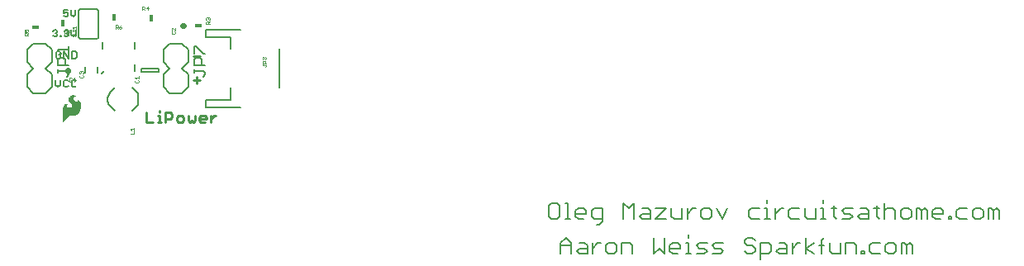
<source format=gbr>
G04 EAGLE Gerber RS-274X export*
G75*
%MOMM*%
%FSLAX34Y34*%
%LPD*%
%INSilkscreen Top*%
%IPPOS*%
%AMOC8*
5,1,8,0,0,1.08239X$1,22.5*%
G01*
%ADD10C,0.177800*%
%ADD11C,0.152400*%
%ADD12C,0.228600*%
%ADD13C,0.254000*%
%ADD14C,0.127000*%
%ADD15C,0.025400*%
%ADD16C,0.203200*%
%ADD17C,0.558800*%
%ADD18R,0.762000X0.457200*%
%ADD19R,0.457200X0.762000*%

G36*
X37094Y7775D02*
X37094Y7775D01*
X37098Y7773D01*
X37168Y7809D01*
X37178Y7814D01*
X37179Y7815D01*
X42051Y13297D01*
X42905Y14079D01*
X43895Y14668D01*
X44246Y14795D01*
X44614Y14860D01*
X46889Y14860D01*
X46894Y14862D01*
X46900Y14860D01*
X48264Y14984D01*
X48274Y14990D01*
X48286Y14988D01*
X49605Y15356D01*
X49613Y15364D01*
X49626Y15365D01*
X50856Y15965D01*
X50863Y15972D01*
X50874Y15975D01*
X52031Y16792D01*
X52036Y16800D01*
X52045Y16803D01*
X53076Y17775D01*
X53079Y17783D01*
X53085Y17785D01*
X53086Y17787D01*
X53088Y17788D01*
X53973Y18895D01*
X53975Y18905D01*
X53984Y18912D01*
X54931Y20593D01*
X54932Y20604D01*
X54940Y20614D01*
X55568Y22438D01*
X55567Y22449D01*
X55574Y22460D01*
X55862Y24367D01*
X55859Y24378D01*
X55864Y24390D01*
X55862Y24442D01*
X55854Y24694D01*
X55850Y24820D01*
X55850Y24821D01*
X55842Y25073D01*
X55834Y25326D01*
X55830Y25452D01*
X55822Y25704D01*
X55811Y26083D01*
X55803Y26318D01*
X55799Y26327D01*
X55801Y26339D01*
X55594Y27378D01*
X55589Y27386D01*
X55589Y27397D01*
X55231Y28394D01*
X55225Y28401D01*
X55224Y28412D01*
X54722Y29346D01*
X54713Y29353D01*
X54710Y29365D01*
X53803Y30502D01*
X53792Y30508D01*
X53785Y30521D01*
X52659Y31442D01*
X52616Y31454D01*
X52575Y31470D01*
X52570Y31468D01*
X52564Y31469D01*
X52526Y31448D01*
X52486Y31429D01*
X52483Y31423D01*
X52479Y31421D01*
X52471Y31392D01*
X52453Y31344D01*
X52453Y30464D01*
X52437Y30344D01*
X52393Y30241D01*
X52119Y29901D01*
X51758Y29653D01*
X51584Y29588D01*
X51046Y29530D01*
X50516Y29628D01*
X50028Y29877D01*
X49126Y30528D01*
X48714Y30882D01*
X48363Y31292D01*
X48080Y31750D01*
X47874Y32244D01*
X47815Y32544D01*
X47827Y32847D01*
X47984Y33366D01*
X48270Y33826D01*
X48665Y34196D01*
X49146Y34451D01*
X49636Y34590D01*
X50147Y34647D01*
X50750Y34647D01*
X50751Y34647D01*
X50773Y34656D01*
X50841Y34685D01*
X50876Y34777D01*
X50872Y34786D01*
X50838Y34862D01*
X50836Y34865D01*
X50835Y34866D01*
X50834Y34867D01*
X50813Y34887D01*
X50806Y34890D01*
X50802Y34898D01*
X50367Y35236D01*
X50352Y35240D01*
X50340Y35252D01*
X49836Y35473D01*
X49835Y35473D01*
X49479Y35625D01*
X49251Y35726D01*
X49241Y35727D01*
X49231Y35733D01*
X48353Y35953D01*
X48344Y35952D01*
X48334Y35956D01*
X47434Y36042D01*
X47424Y36038D01*
X47412Y36042D01*
X46544Y35976D01*
X46533Y35970D01*
X46520Y35971D01*
X45680Y35740D01*
X45670Y35732D01*
X45657Y35731D01*
X44877Y35343D01*
X44870Y35335D01*
X44859Y35332D01*
X44082Y34772D01*
X44078Y34765D01*
X44069Y34761D01*
X43373Y34103D01*
X43368Y34092D01*
X43357Y34084D01*
X42926Y33481D01*
X42923Y33466D01*
X42911Y33453D01*
X42644Y32761D01*
X42644Y32745D01*
X42636Y32730D01*
X42549Y31993D01*
X42554Y31978D01*
X42550Y31961D01*
X42649Y31226D01*
X42657Y31213D01*
X42657Y31196D01*
X42937Y30508D01*
X42946Y30499D01*
X42949Y30485D01*
X44136Y28727D01*
X44144Y28722D01*
X44148Y28711D01*
X45601Y27170D01*
X45971Y26735D01*
X46211Y26232D01*
X46313Y25684D01*
X46270Y25128D01*
X46084Y24603D01*
X45769Y24143D01*
X45344Y23778D01*
X44801Y23485D01*
X44215Y23287D01*
X43605Y23190D01*
X42894Y23225D01*
X42216Y23432D01*
X41610Y23797D01*
X41297Y24125D01*
X41091Y24529D01*
X40998Y24945D01*
X40998Y25373D01*
X41091Y25788D01*
X41163Y25926D01*
X41281Y26040D01*
X42105Y26639D01*
X42238Y26710D01*
X42376Y26738D01*
X42534Y26722D01*
X42577Y26736D01*
X42622Y26747D01*
X42624Y26751D01*
X42628Y26752D01*
X42648Y26793D01*
X42671Y26832D01*
X42670Y26836D01*
X42672Y26840D01*
X42657Y26883D01*
X42644Y26927D01*
X42641Y26929D01*
X42640Y26933D01*
X42602Y26952D01*
X42566Y26973D01*
X42083Y27049D01*
X42078Y27048D01*
X42073Y27050D01*
X41133Y27123D01*
X41124Y27120D01*
X41113Y27123D01*
X40173Y27050D01*
X40163Y27045D01*
X40151Y27046D01*
X39452Y26862D01*
X39442Y26854D01*
X39428Y26853D01*
X38780Y26532D01*
X38772Y26523D01*
X38758Y26519D01*
X38188Y26074D01*
X38182Y26063D01*
X38170Y26057D01*
X37700Y25507D01*
X37696Y25495D01*
X37685Y25486D01*
X37284Y24754D01*
X37283Y24741D01*
X37274Y24730D01*
X37034Y23931D01*
X37035Y23918D01*
X37029Y23905D01*
X36959Y23074D01*
X36961Y23068D01*
X36959Y23063D01*
X36959Y7899D01*
X36961Y7894D01*
X36959Y7890D01*
X36980Y7850D01*
X36997Y7808D01*
X37002Y7807D01*
X37004Y7802D01*
X37047Y7789D01*
X37089Y7773D01*
X37094Y7775D01*
G37*
D10*
X29591Y51441D02*
X29591Y46696D01*
X31964Y44323D01*
X34336Y46696D01*
X34336Y51441D01*
X41336Y51441D02*
X42522Y50255D01*
X41336Y51441D02*
X38963Y51441D01*
X37777Y50255D01*
X37777Y45509D01*
X38963Y44323D01*
X41336Y44323D01*
X42522Y45509D01*
X49522Y51441D02*
X50708Y50255D01*
X49522Y51441D02*
X47149Y51441D01*
X45963Y50255D01*
X45963Y45509D01*
X47149Y44323D01*
X49522Y44323D01*
X50708Y45509D01*
X34590Y79719D02*
X33404Y80905D01*
X31031Y80905D01*
X29845Y79719D01*
X29845Y74973D01*
X31031Y73787D01*
X33404Y73787D01*
X34590Y74973D01*
X34590Y77346D01*
X32218Y77346D01*
X38031Y73787D02*
X38031Y80905D01*
X42776Y73787D01*
X42776Y80905D01*
X46217Y80905D02*
X46217Y73787D01*
X49776Y73787D01*
X50962Y74973D01*
X50962Y79719D01*
X49776Y80905D01*
X46217Y80905D01*
D11*
X42270Y123196D02*
X37864Y123196D01*
X37864Y119891D01*
X40067Y120992D01*
X41169Y120992D01*
X42270Y119891D01*
X42270Y117688D01*
X41169Y116586D01*
X38965Y116586D01*
X37864Y117688D01*
X45348Y118789D02*
X45348Y123196D01*
X45348Y118789D02*
X47551Y116586D01*
X49754Y118789D01*
X49754Y123196D01*
X27993Y102876D02*
X26891Y101774D01*
X27993Y102876D02*
X30196Y102876D01*
X31298Y101774D01*
X31298Y100672D01*
X30196Y99571D01*
X29095Y99571D01*
X30196Y99571D02*
X31298Y98469D01*
X31298Y97368D01*
X30196Y96266D01*
X27993Y96266D01*
X26891Y97368D01*
X34376Y97368D02*
X34376Y96266D01*
X34376Y97368D02*
X35477Y97368D01*
X35477Y96266D01*
X34376Y96266D01*
X38118Y101774D02*
X39219Y102876D01*
X41423Y102876D01*
X42524Y101774D01*
X42524Y100672D01*
X41423Y99571D01*
X40321Y99571D01*
X41423Y99571D02*
X42524Y98469D01*
X42524Y97368D01*
X41423Y96266D01*
X39219Y96266D01*
X38118Y97368D01*
X45602Y98469D02*
X45602Y102876D01*
X45602Y98469D02*
X47805Y96266D01*
X50008Y98469D01*
X50008Y102876D01*
D12*
X122301Y18678D02*
X122301Y8255D01*
X129250Y8255D01*
X133995Y15204D02*
X135732Y15204D01*
X135732Y8255D01*
X133995Y8255D02*
X137469Y8255D01*
X135732Y18678D02*
X135732Y20415D01*
X141791Y18678D02*
X141791Y8255D01*
X141791Y18678D02*
X147002Y18678D01*
X148740Y16941D01*
X148740Y13466D01*
X147002Y11729D01*
X141791Y11729D01*
X155222Y8255D02*
X158696Y8255D01*
X160434Y9992D01*
X160434Y13466D01*
X158696Y15204D01*
X155222Y15204D01*
X153485Y13466D01*
X153485Y9992D01*
X155222Y8255D01*
X165179Y9992D02*
X165179Y15204D01*
X165179Y9992D02*
X166916Y8255D01*
X168653Y9992D01*
X170390Y8255D01*
X172127Y9992D01*
X172127Y15204D01*
X178610Y8255D02*
X182084Y8255D01*
X178610Y8255D02*
X176873Y9992D01*
X176873Y13466D01*
X178610Y15204D01*
X182084Y15204D01*
X183821Y13466D01*
X183821Y11729D01*
X176873Y11729D01*
X188567Y8255D02*
X188567Y15204D01*
X192041Y15204D02*
X188567Y11729D01*
X192041Y15204D02*
X193778Y15204D01*
D13*
X176959Y51566D02*
X170180Y51566D01*
X173570Y48177D02*
X173570Y54956D01*
X170180Y76458D02*
X176959Y76458D01*
D14*
X537559Y-74281D02*
X543067Y-74281D01*
X537559Y-74281D02*
X534805Y-77035D01*
X534805Y-88051D01*
X537559Y-90805D01*
X543067Y-90805D01*
X545821Y-88051D01*
X545821Y-77035D01*
X543067Y-74281D01*
X551176Y-74281D02*
X553930Y-74281D01*
X553930Y-90805D01*
X551176Y-90805D02*
X556684Y-90805D01*
X564845Y-90805D02*
X570353Y-90805D01*
X564845Y-90805D02*
X562091Y-88051D01*
X562091Y-82543D01*
X564845Y-79789D01*
X570353Y-79789D01*
X573107Y-82543D01*
X573107Y-85297D01*
X562091Y-85297D01*
X583970Y-96313D02*
X586724Y-96313D01*
X589478Y-93559D01*
X589478Y-79789D01*
X581216Y-79789D01*
X578462Y-82543D01*
X578462Y-88051D01*
X581216Y-90805D01*
X589478Y-90805D01*
X611205Y-90805D02*
X611205Y-74281D01*
X616713Y-79789D01*
X622221Y-74281D01*
X622221Y-90805D01*
X630331Y-79789D02*
X635839Y-79789D01*
X638593Y-82543D01*
X638593Y-90805D01*
X630331Y-90805D01*
X627577Y-88051D01*
X630331Y-85297D01*
X638593Y-85297D01*
X643948Y-79789D02*
X654964Y-79789D01*
X643948Y-90805D01*
X654964Y-90805D01*
X660320Y-88051D02*
X660320Y-79789D01*
X660320Y-88051D02*
X663074Y-90805D01*
X671336Y-90805D01*
X671336Y-79789D01*
X676692Y-79789D02*
X676692Y-90805D01*
X676692Y-85297D02*
X682200Y-79789D01*
X684954Y-79789D01*
X693088Y-90805D02*
X698597Y-90805D01*
X701351Y-88051D01*
X701351Y-82543D01*
X698597Y-79789D01*
X693088Y-79789D01*
X690334Y-82543D01*
X690334Y-88051D01*
X693088Y-90805D01*
X706706Y-79789D02*
X712214Y-90805D01*
X717722Y-79789D01*
X742203Y-79789D02*
X750465Y-79789D01*
X742203Y-79789D02*
X739449Y-82543D01*
X739449Y-88051D01*
X742203Y-90805D01*
X750465Y-90805D01*
X755821Y-79789D02*
X758575Y-79789D01*
X758575Y-90805D01*
X755821Y-90805D02*
X761329Y-90805D01*
X758575Y-74281D02*
X758575Y-71527D01*
X766735Y-79789D02*
X766735Y-90805D01*
X766735Y-85297D02*
X772243Y-79789D01*
X774997Y-79789D01*
X783132Y-79789D02*
X791394Y-79789D01*
X783132Y-79789D02*
X780378Y-82543D01*
X780378Y-88051D01*
X783132Y-90805D01*
X791394Y-90805D01*
X796750Y-88051D02*
X796750Y-79789D01*
X796750Y-88051D02*
X799504Y-90805D01*
X807766Y-90805D01*
X807766Y-79789D01*
X813121Y-79789D02*
X815875Y-79789D01*
X815875Y-90805D01*
X813121Y-90805D02*
X818629Y-90805D01*
X815875Y-74281D02*
X815875Y-71527D01*
X826790Y-77035D02*
X826790Y-88051D01*
X829544Y-90805D01*
X829544Y-79789D02*
X824036Y-79789D01*
X834950Y-90805D02*
X843212Y-90805D01*
X845966Y-88051D01*
X843212Y-85297D01*
X837704Y-85297D01*
X834950Y-82543D01*
X837704Y-79789D01*
X845966Y-79789D01*
X854076Y-79789D02*
X859584Y-79789D01*
X862338Y-82543D01*
X862338Y-90805D01*
X854076Y-90805D01*
X851322Y-88051D01*
X854076Y-85297D01*
X862338Y-85297D01*
X870447Y-88051D02*
X870447Y-77035D01*
X870447Y-88051D02*
X873201Y-90805D01*
X873201Y-79789D02*
X867693Y-79789D01*
X878607Y-74281D02*
X878607Y-90805D01*
X878607Y-82543D02*
X881361Y-79789D01*
X886869Y-79789D01*
X889624Y-82543D01*
X889624Y-90805D01*
X897733Y-90805D02*
X903241Y-90805D01*
X905995Y-88051D01*
X905995Y-82543D01*
X903241Y-79789D01*
X897733Y-79789D01*
X894979Y-82543D01*
X894979Y-88051D01*
X897733Y-90805D01*
X911351Y-90805D02*
X911351Y-79789D01*
X914105Y-79789D01*
X916859Y-82543D01*
X916859Y-90805D01*
X916859Y-82543D02*
X919613Y-79789D01*
X922367Y-82543D01*
X922367Y-90805D01*
X930476Y-90805D02*
X935984Y-90805D01*
X930476Y-90805D02*
X927722Y-88051D01*
X927722Y-82543D01*
X930476Y-79789D01*
X935984Y-79789D01*
X938738Y-82543D01*
X938738Y-85297D01*
X927722Y-85297D01*
X944094Y-88051D02*
X944094Y-90805D01*
X944094Y-88051D02*
X946848Y-88051D01*
X946848Y-90805D01*
X944094Y-90805D01*
X955033Y-79789D02*
X963296Y-79789D01*
X955033Y-79789D02*
X952279Y-82543D01*
X952279Y-88051D01*
X955033Y-90805D01*
X963296Y-90805D01*
X971405Y-90805D02*
X976913Y-90805D01*
X979667Y-88051D01*
X979667Y-82543D01*
X976913Y-79789D01*
X971405Y-79789D01*
X968651Y-82543D01*
X968651Y-88051D01*
X971405Y-90805D01*
X985023Y-90805D02*
X985023Y-79789D01*
X987777Y-79789D01*
X990531Y-82543D01*
X990531Y-90805D01*
X990531Y-82543D02*
X993285Y-79789D01*
X996039Y-82543D01*
X996039Y-90805D01*
X546735Y-115349D02*
X546735Y-126365D01*
X546735Y-115349D02*
X552243Y-109841D01*
X557751Y-115349D01*
X557751Y-126365D01*
X557751Y-118103D02*
X546735Y-118103D01*
X565861Y-115349D02*
X571369Y-115349D01*
X574123Y-118103D01*
X574123Y-126365D01*
X565861Y-126365D01*
X563107Y-123611D01*
X565861Y-120857D01*
X574123Y-120857D01*
X579478Y-126365D02*
X579478Y-115349D01*
X579478Y-120857D02*
X584986Y-115349D01*
X587740Y-115349D01*
X595875Y-126365D02*
X601383Y-126365D01*
X604137Y-123611D01*
X604137Y-118103D01*
X601383Y-115349D01*
X595875Y-115349D01*
X593121Y-118103D01*
X593121Y-123611D01*
X595875Y-126365D01*
X609493Y-126365D02*
X609493Y-115349D01*
X617755Y-115349D01*
X620509Y-118103D01*
X620509Y-126365D01*
X642236Y-126365D02*
X642236Y-109841D01*
X647744Y-120857D02*
X642236Y-126365D01*
X647744Y-120857D02*
X653252Y-126365D01*
X653252Y-109841D01*
X661361Y-126365D02*
X666869Y-126365D01*
X661361Y-126365D02*
X658607Y-123611D01*
X658607Y-118103D01*
X661361Y-115349D01*
X666869Y-115349D01*
X669623Y-118103D01*
X669623Y-120857D01*
X658607Y-120857D01*
X674979Y-115349D02*
X677733Y-115349D01*
X677733Y-126365D01*
X674979Y-126365D02*
X680487Y-126365D01*
X677733Y-109841D02*
X677733Y-107087D01*
X685893Y-126365D02*
X694155Y-126365D01*
X696909Y-123611D01*
X694155Y-120857D01*
X688647Y-120857D01*
X685893Y-118103D01*
X688647Y-115349D01*
X696909Y-115349D01*
X702265Y-126365D02*
X710527Y-126365D01*
X713281Y-123611D01*
X710527Y-120857D01*
X705019Y-120857D01*
X702265Y-118103D01*
X705019Y-115349D01*
X713281Y-115349D01*
X743270Y-109841D02*
X746024Y-112595D01*
X743270Y-109841D02*
X737762Y-109841D01*
X735008Y-112595D01*
X735008Y-115349D01*
X737762Y-118103D01*
X743270Y-118103D01*
X746024Y-120857D01*
X746024Y-123611D01*
X743270Y-126365D01*
X737762Y-126365D01*
X735008Y-123611D01*
X751380Y-131873D02*
X751380Y-115349D01*
X759642Y-115349D01*
X762396Y-118103D01*
X762396Y-123611D01*
X759642Y-126365D01*
X751380Y-126365D01*
X770505Y-115349D02*
X776013Y-115349D01*
X778767Y-118103D01*
X778767Y-126365D01*
X770505Y-126365D01*
X767751Y-123611D01*
X770505Y-120857D01*
X778767Y-120857D01*
X784123Y-126365D02*
X784123Y-115349D01*
X784123Y-120857D02*
X789631Y-115349D01*
X792385Y-115349D01*
X797766Y-109841D02*
X797766Y-126365D01*
X797766Y-120857D02*
X806028Y-126365D01*
X797766Y-120857D02*
X806028Y-115349D01*
X814163Y-112595D02*
X814163Y-126365D01*
X814163Y-112595D02*
X816917Y-109841D01*
X816917Y-118103D02*
X811409Y-118103D01*
X822323Y-115349D02*
X822323Y-123611D01*
X825077Y-126365D01*
X833339Y-126365D01*
X833339Y-115349D01*
X838695Y-115349D02*
X838695Y-126365D01*
X838695Y-115349D02*
X846957Y-115349D01*
X849711Y-118103D01*
X849711Y-126365D01*
X855066Y-126365D02*
X855066Y-123611D01*
X857820Y-123611D01*
X857820Y-126365D01*
X855066Y-126365D01*
X866006Y-115349D02*
X874268Y-115349D01*
X866006Y-115349D02*
X863252Y-118103D01*
X863252Y-123611D01*
X866006Y-126365D01*
X874268Y-126365D01*
X882377Y-126365D02*
X887885Y-126365D01*
X890640Y-123611D01*
X890640Y-118103D01*
X887885Y-115349D01*
X882377Y-115349D01*
X879623Y-118103D01*
X879623Y-123611D01*
X882377Y-126365D01*
X895995Y-126365D02*
X895995Y-115349D01*
X898749Y-115349D01*
X901503Y-118103D01*
X901503Y-126365D01*
X901503Y-118103D02*
X904257Y-115349D01*
X907011Y-118103D01*
X907011Y-126365D01*
D11*
X60040Y58722D02*
X60040Y64722D01*
X72040Y64722D02*
X72040Y58722D01*
D15*
X54480Y56771D02*
X53845Y56136D01*
X53845Y54865D01*
X54480Y54229D01*
X57022Y54229D01*
X57658Y54865D01*
X57658Y56136D01*
X57022Y56771D01*
X54480Y57971D02*
X53845Y58607D01*
X53845Y59878D01*
X54480Y60513D01*
X55116Y60513D01*
X55751Y59878D01*
X55751Y59242D01*
X55751Y59878D02*
X56387Y60513D01*
X57022Y60513D01*
X57658Y59878D01*
X57658Y58607D01*
X57022Y57971D01*
D16*
X183600Y103500D02*
X218600Y103500D01*
X183600Y103500D02*
X183600Y95500D01*
X208600Y95500D01*
X208600Y83500D01*
X208600Y43500D02*
X208600Y31500D01*
X183600Y31500D01*
X183600Y23500D01*
X218600Y23500D01*
X258600Y43500D02*
X258600Y83500D01*
D15*
X245237Y65736D02*
X244601Y65101D01*
X245237Y65736D02*
X245237Y66372D01*
X244601Y67007D01*
X241424Y67007D01*
X241424Y66372D02*
X241424Y67643D01*
X241424Y68843D02*
X245237Y68843D01*
X241424Y68843D02*
X241424Y70749D01*
X242059Y71385D01*
X243330Y71385D01*
X243966Y70749D01*
X243966Y68843D01*
X242059Y72585D02*
X241424Y73220D01*
X241424Y74492D01*
X242059Y75127D01*
X242695Y75127D01*
X243330Y74492D01*
X243330Y73856D01*
X243330Y74492D02*
X243966Y75127D01*
X244601Y75127D01*
X245237Y74492D01*
X245237Y73220D01*
X244601Y72585D01*
D16*
X78980Y60692D02*
X76480Y58192D01*
X77470Y84074D02*
X77470Y90678D01*
X110490Y90678D02*
X110490Y84074D01*
X110490Y67564D02*
X110490Y60960D01*
D17*
X159461Y107696D02*
X160071Y107696D01*
D15*
X148841Y101475D02*
X148206Y100840D01*
X148206Y99569D01*
X148841Y98933D01*
X151383Y98933D01*
X152019Y99569D01*
X152019Y100840D01*
X151383Y101475D01*
X152019Y102675D02*
X152019Y105217D01*
X152019Y102675D02*
X149477Y105217D01*
X148841Y105217D01*
X148206Y104582D01*
X148206Y103311D01*
X148841Y102675D01*
D17*
X41656Y61773D02*
X41656Y61163D01*
D15*
X45095Y53724D02*
X45731Y53089D01*
X45095Y53724D02*
X43824Y53724D01*
X43189Y53089D01*
X43189Y50547D01*
X43824Y49911D01*
X45095Y49911D01*
X45731Y50547D01*
X48838Y49911D02*
X48838Y53724D01*
X46931Y51818D01*
X49473Y51818D01*
D18*
X175768Y107696D03*
D15*
X183512Y109229D02*
X187325Y109229D01*
X183512Y109229D02*
X183512Y111135D01*
X184147Y111771D01*
X185418Y111771D01*
X186054Y111135D01*
X186054Y109229D01*
X186054Y110500D02*
X187325Y111771D01*
X184147Y112971D02*
X183512Y113606D01*
X183512Y114878D01*
X184147Y115513D01*
X184783Y115513D01*
X185418Y114878D01*
X185418Y114242D01*
X185418Y114878D02*
X186054Y115513D01*
X186689Y115513D01*
X187325Y114878D01*
X187325Y113606D01*
X186689Y112971D01*
D19*
X127000Y115316D03*
D15*
X118237Y123063D02*
X118237Y126876D01*
X120144Y126876D01*
X120779Y126241D01*
X120779Y124970D01*
X120144Y124334D01*
X118237Y124334D01*
X119508Y124334D02*
X120779Y123063D01*
X123886Y123063D02*
X123886Y126876D01*
X121979Y124970D01*
X124521Y124970D01*
D18*
X9144Y105918D03*
D15*
X1397Y97155D02*
X-2416Y97155D01*
X-2416Y99062D01*
X-1781Y99697D01*
X-510Y99697D01*
X126Y99062D01*
X126Y97155D01*
X126Y98426D02*
X1397Y99697D01*
X-2416Y100897D02*
X-2416Y103439D01*
X-2416Y100897D02*
X-510Y100897D01*
X-1145Y102168D01*
X-1145Y102804D01*
X-510Y103439D01*
X761Y103439D01*
X1397Y102804D01*
X1397Y101533D01*
X761Y100897D01*
D19*
X89154Y115570D03*
D15*
X90687Y107826D02*
X90687Y104013D01*
X90687Y107826D02*
X92593Y107826D01*
X93229Y107191D01*
X93229Y105920D01*
X92593Y105284D01*
X90687Y105284D01*
X91958Y105284D02*
X93229Y104013D01*
X95700Y107191D02*
X96971Y107826D01*
X95700Y107191D02*
X94429Y105920D01*
X94429Y104649D01*
X95064Y104013D01*
X96336Y104013D01*
X96971Y104649D01*
X96971Y105284D01*
X96336Y105920D01*
X94429Y105920D01*
D19*
X36830Y109728D03*
D15*
X38363Y101984D02*
X38363Y98171D01*
X38363Y101984D02*
X40269Y101984D01*
X40905Y101349D01*
X40905Y100078D01*
X40269Y99442D01*
X38363Y99442D01*
X39634Y99442D02*
X40905Y98171D01*
X42105Y101984D02*
X44647Y101984D01*
X44647Y101349D01*
X42105Y98807D01*
X42105Y98171D01*
D11*
X73406Y96520D02*
X73406Y121920D01*
X55626Y124460D02*
X55526Y124458D01*
X55427Y124452D01*
X55327Y124442D01*
X55229Y124429D01*
X55130Y124411D01*
X55033Y124390D01*
X54937Y124365D01*
X54841Y124336D01*
X54747Y124303D01*
X54654Y124267D01*
X54563Y124227D01*
X54473Y124183D01*
X54385Y124136D01*
X54299Y124086D01*
X54215Y124032D01*
X54133Y123975D01*
X54054Y123915D01*
X53976Y123851D01*
X53902Y123785D01*
X53830Y123716D01*
X53761Y123644D01*
X53695Y123570D01*
X53631Y123492D01*
X53571Y123413D01*
X53514Y123331D01*
X53460Y123247D01*
X53410Y123161D01*
X53363Y123073D01*
X53319Y122983D01*
X53279Y122892D01*
X53243Y122799D01*
X53210Y122705D01*
X53181Y122609D01*
X53156Y122513D01*
X53135Y122416D01*
X53117Y122317D01*
X53104Y122219D01*
X53094Y122119D01*
X53088Y122020D01*
X53086Y121920D01*
X53086Y96520D02*
X53088Y96420D01*
X53094Y96321D01*
X53104Y96221D01*
X53117Y96123D01*
X53135Y96024D01*
X53156Y95927D01*
X53181Y95831D01*
X53210Y95735D01*
X53243Y95641D01*
X53279Y95548D01*
X53319Y95457D01*
X53363Y95367D01*
X53410Y95279D01*
X53460Y95193D01*
X53514Y95109D01*
X53571Y95027D01*
X53631Y94948D01*
X53695Y94870D01*
X53761Y94796D01*
X53830Y94724D01*
X53902Y94655D01*
X53976Y94589D01*
X54054Y94525D01*
X54133Y94465D01*
X54215Y94408D01*
X54299Y94354D01*
X54385Y94304D01*
X54473Y94257D01*
X54563Y94213D01*
X54654Y94173D01*
X54747Y94137D01*
X54841Y94104D01*
X54937Y94075D01*
X55033Y94050D01*
X55130Y94029D01*
X55229Y94011D01*
X55327Y93998D01*
X55427Y93988D01*
X55526Y93982D01*
X55626Y93980D01*
X70866Y93980D02*
X70966Y93982D01*
X71065Y93988D01*
X71165Y93998D01*
X71263Y94011D01*
X71362Y94029D01*
X71459Y94050D01*
X71555Y94075D01*
X71651Y94104D01*
X71745Y94137D01*
X71838Y94173D01*
X71929Y94213D01*
X72019Y94257D01*
X72107Y94304D01*
X72193Y94354D01*
X72277Y94408D01*
X72359Y94465D01*
X72438Y94525D01*
X72516Y94589D01*
X72590Y94655D01*
X72662Y94724D01*
X72731Y94796D01*
X72797Y94870D01*
X72861Y94948D01*
X72921Y95027D01*
X72978Y95109D01*
X73032Y95193D01*
X73082Y95279D01*
X73129Y95367D01*
X73173Y95457D01*
X73213Y95548D01*
X73249Y95641D01*
X73282Y95735D01*
X73311Y95831D01*
X73336Y95927D01*
X73357Y96024D01*
X73375Y96123D01*
X73388Y96221D01*
X73398Y96321D01*
X73404Y96420D01*
X73406Y96520D01*
X73406Y121920D02*
X73404Y122020D01*
X73398Y122119D01*
X73388Y122219D01*
X73375Y122317D01*
X73357Y122416D01*
X73336Y122513D01*
X73311Y122609D01*
X73282Y122705D01*
X73249Y122799D01*
X73213Y122892D01*
X73173Y122983D01*
X73129Y123073D01*
X73082Y123161D01*
X73032Y123247D01*
X72978Y123331D01*
X72921Y123413D01*
X72861Y123492D01*
X72797Y123570D01*
X72731Y123644D01*
X72662Y123716D01*
X72590Y123785D01*
X72516Y123851D01*
X72438Y123915D01*
X72359Y123975D01*
X72277Y124032D01*
X72193Y124086D01*
X72107Y124136D01*
X72019Y124183D01*
X71929Y124227D01*
X71838Y124267D01*
X71745Y124303D01*
X71651Y124336D01*
X71555Y124365D01*
X71459Y124390D01*
X71362Y124411D01*
X71263Y124429D01*
X71165Y124442D01*
X71065Y124452D01*
X70966Y124458D01*
X70866Y124460D01*
X55626Y124460D01*
X55626Y93980D02*
X70866Y93980D01*
X53086Y96520D02*
X53086Y121920D01*
D15*
X47241Y99189D02*
X46606Y98554D01*
X46606Y97283D01*
X47241Y96647D01*
X47877Y96647D01*
X48512Y97283D01*
X48512Y98554D01*
X49148Y99189D01*
X49783Y99189D01*
X50419Y98554D01*
X50419Y97283D01*
X49783Y96647D01*
X49783Y100389D02*
X50419Y101025D01*
X50419Y101660D01*
X49783Y102296D01*
X46606Y102296D01*
X46606Y102931D02*
X46606Y101660D01*
X47877Y104131D02*
X46606Y105402D01*
X50419Y105402D01*
X50419Y104131D02*
X50419Y106673D01*
D16*
X25400Y82550D02*
X25400Y69850D01*
X19050Y63500D01*
X6350Y63500D02*
X0Y69850D01*
X19050Y63500D02*
X25400Y57150D01*
X25400Y44450D01*
X19050Y38100D01*
X6350Y38100D02*
X0Y44450D01*
X0Y57150D01*
X6350Y63500D01*
X6350Y88900D02*
X19050Y88900D01*
X25400Y82550D01*
X6350Y88900D02*
X0Y82550D01*
X0Y69850D01*
X6350Y38100D02*
X19050Y38100D01*
D14*
X41146Y55215D02*
X43053Y57122D01*
X43053Y59028D01*
X41146Y60935D01*
X31613Y60935D01*
X31613Y59028D02*
X31613Y62842D01*
X31613Y66909D02*
X43053Y66909D01*
X31613Y66909D02*
X31613Y72629D01*
X33520Y74536D01*
X37333Y74536D01*
X39240Y72629D01*
X39240Y66909D01*
X35427Y78603D02*
X31613Y82416D01*
X43053Y82416D01*
X43053Y78603D02*
X43053Y86229D01*
D16*
X117094Y63754D02*
X117094Y59690D01*
X117094Y63754D02*
X135382Y63754D01*
X135382Y59690D01*
X117094Y59690D01*
D15*
X111503Y51691D02*
X110868Y51056D01*
X110868Y49785D01*
X111503Y49149D01*
X114045Y49149D01*
X114681Y49785D01*
X114681Y51056D01*
X114045Y51691D01*
X112139Y52891D02*
X110868Y54162D01*
X114681Y54162D01*
X114681Y52891D02*
X114681Y55433D01*
D16*
X108060Y43750D02*
X114060Y37750D01*
X114060Y25750D01*
X108060Y19750D01*
X85321Y38533D02*
X90060Y43750D01*
X85321Y38533D02*
X85158Y38351D01*
X84998Y38166D01*
X84844Y37976D01*
X84694Y37783D01*
X84549Y37587D01*
X84409Y37386D01*
X84274Y37183D01*
X84143Y36976D01*
X84018Y36766D01*
X83898Y36553D01*
X83783Y36338D01*
X83674Y36119D01*
X83570Y35898D01*
X83471Y35674D01*
X83378Y35448D01*
X83290Y35220D01*
X83208Y34990D01*
X83132Y34758D01*
X83061Y34524D01*
X82996Y34288D01*
X82937Y34051D01*
X82884Y33813D01*
X82837Y33573D01*
X82795Y33332D01*
X82759Y33090D01*
X82729Y32848D01*
X82706Y32604D01*
X82688Y32361D01*
X82676Y32117D01*
X82670Y31872D01*
X82670Y31628D01*
X82676Y31383D01*
X82688Y31139D01*
X82706Y30896D01*
X82729Y30652D01*
X82759Y30410D01*
X82795Y30168D01*
X82837Y29927D01*
X82884Y29687D01*
X82937Y29449D01*
X82996Y29212D01*
X83061Y28976D01*
X83132Y28742D01*
X83208Y28510D01*
X83290Y28280D01*
X83378Y28052D01*
X83471Y27826D01*
X83570Y27602D01*
X83674Y27381D01*
X83783Y27162D01*
X83898Y26947D01*
X84018Y26734D01*
X84143Y26524D01*
X84274Y26317D01*
X84409Y26114D01*
X84549Y25913D01*
X84694Y25717D01*
X84844Y25524D01*
X84998Y25334D01*
X85158Y25149D01*
X85321Y24967D01*
X90060Y19750D01*
D15*
X106184Y-3607D02*
X109997Y-3607D01*
X109997Y-1065D01*
X107455Y135D02*
X106184Y1406D01*
X109997Y1406D01*
X109997Y135D02*
X109997Y2677D01*
D16*
X165100Y69850D02*
X165100Y82550D01*
X165100Y69850D02*
X158750Y63500D01*
X146050Y63500D02*
X139700Y69850D01*
X158750Y63500D02*
X165100Y57150D01*
X165100Y44450D01*
X158750Y38100D01*
X146050Y38100D02*
X139700Y44450D01*
X139700Y57150D01*
X146050Y63500D01*
X146050Y88900D02*
X158750Y88900D01*
X165100Y82550D01*
X146050Y88900D02*
X139700Y82550D01*
X139700Y69850D01*
X146050Y38100D02*
X158750Y38100D01*
D14*
X180846Y55215D02*
X182753Y57122D01*
X182753Y59028D01*
X180846Y60935D01*
X171313Y60935D01*
X171313Y59028D02*
X171313Y62842D01*
X171313Y66909D02*
X182753Y66909D01*
X171313Y66909D02*
X171313Y72629D01*
X173220Y74536D01*
X177033Y74536D01*
X178940Y72629D01*
X178940Y66909D01*
X171313Y78603D02*
X171313Y86229D01*
X173220Y86229D01*
X180846Y78603D01*
X182753Y78603D01*
M02*

</source>
